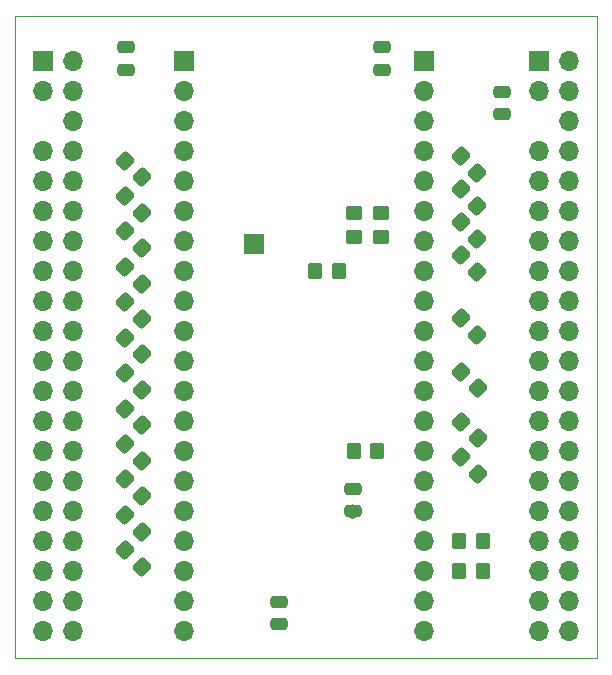
<source format=gbr>
%TF.GenerationSoftware,KiCad,Pcbnew,8.0.5-8.0.5-0~ubuntu24.04.1*%
%TF.CreationDate,2024-09-16T22:52:31+02:00*%
%TF.ProjectId,fx3_tn20k_adapter,6678335f-746e-4323-906b-5f6164617074,0.0.1*%
%TF.SameCoordinates,Original*%
%TF.FileFunction,Soldermask,Top*%
%TF.FilePolarity,Negative*%
%FSLAX46Y46*%
G04 Gerber Fmt 4.6, Leading zero omitted, Abs format (unit mm)*
G04 Created by KiCad (PCBNEW 8.0.5-8.0.5-0~ubuntu24.04.1) date 2024-09-16 22:52:31*
%MOMM*%
%LPD*%
G01*
G04 APERTURE LIST*
G04 Aperture macros list*
%AMRoundRect*
0 Rectangle with rounded corners*
0 $1 Rounding radius*
0 $2 $3 $4 $5 $6 $7 $8 $9 X,Y pos of 4 corners*
0 Add a 4 corners polygon primitive as box body*
4,1,4,$2,$3,$4,$5,$6,$7,$8,$9,$2,$3,0*
0 Add four circle primitives for the rounded corners*
1,1,$1+$1,$2,$3*
1,1,$1+$1,$4,$5*
1,1,$1+$1,$6,$7*
1,1,$1+$1,$8,$9*
0 Add four rect primitives between the rounded corners*
20,1,$1+$1,$2,$3,$4,$5,0*
20,1,$1+$1,$4,$5,$6,$7,0*
20,1,$1+$1,$6,$7,$8,$9,0*
20,1,$1+$1,$8,$9,$2,$3,0*%
G04 Aperture macros list end*
%ADD10C,0.625000*%
%ADD11RoundRect,0.250000X-0.565685X-0.070711X-0.070711X-0.565685X0.565685X0.070711X0.070711X0.565685X0*%
%ADD12RoundRect,0.250000X0.475000X-0.250000X0.475000X0.250000X-0.475000X0.250000X-0.475000X-0.250000X0*%
%ADD13RoundRect,0.250000X0.565685X0.070711X0.070711X0.565685X-0.565685X-0.070711X-0.070711X-0.565685X0*%
%ADD14R,1.700000X1.700000*%
%ADD15O,1.700000X1.700000*%
%ADD16RoundRect,0.250000X0.450000X-0.350000X0.450000X0.350000X-0.450000X0.350000X-0.450000X-0.350000X0*%
%ADD17RoundRect,0.250000X0.350000X0.450000X-0.350000X0.450000X-0.350000X-0.450000X0.350000X-0.450000X0*%
%ADD18RoundRect,0.250000X-0.475000X0.250000X-0.475000X-0.250000X0.475000X-0.250000X0.475000X0.250000X0*%
%ADD19RoundRect,0.250000X-0.350000X-0.450000X0.350000X-0.450000X0.350000X0.450000X-0.350000X0.450000X0*%
%TA.AperFunction,Profile*%
%ADD20C,0.100000*%
%TD*%
G04 APERTURE END LIST*
D10*
X186367500Y-110515400D02*
G75*
G02*
X185742500Y-110515400I-312500J0D01*
G01*
X185742500Y-110515400D02*
G75*
G02*
X186367500Y-110515400I312500J0D01*
G01*
D11*
%TO.C,R2*%
X195253893Y-105922093D03*
X196668107Y-107336307D03*
%TD*%
%TO.C,R4*%
X195228493Y-98657693D03*
X196642707Y-100071907D03*
%TD*%
D12*
%TO.C,C2*%
X186055000Y-110500200D03*
X186055000Y-108600200D03*
%TD*%
D13*
%TO.C,R21*%
X168207107Y-112207107D03*
X166792893Y-110792893D03*
%TD*%
%TO.C,R29*%
X168207107Y-88207107D03*
X166792893Y-86792893D03*
%TD*%
D11*
%TO.C,R8*%
X195203093Y-83189093D03*
X196617307Y-84603307D03*
%TD*%
%TO.C,R3*%
X195228493Y-102899493D03*
X196642707Y-104313707D03*
%TD*%
D13*
%TO.C,R27*%
X168207107Y-94207107D03*
X166792893Y-92792893D03*
%TD*%
D14*
%TO.C,J3*%
X201803000Y-72390000D03*
D15*
X204343000Y-72390000D03*
X201803000Y-74930000D03*
X204343000Y-74930000D03*
X204343000Y-77470000D03*
X201803000Y-80010000D03*
X204343000Y-80010000D03*
X201803000Y-82550000D03*
X204343000Y-82550000D03*
X201803000Y-85090000D03*
X204343000Y-85090000D03*
X201803000Y-87630000D03*
X204343000Y-87630000D03*
X201803000Y-90170000D03*
X204343000Y-90170000D03*
X201803000Y-92710000D03*
X204343000Y-92710000D03*
X201803000Y-95250000D03*
X204343000Y-95250000D03*
X201803000Y-97790000D03*
X204343000Y-97790000D03*
X201803000Y-100330000D03*
X204343000Y-100330000D03*
X201803000Y-102870000D03*
X204343000Y-102870000D03*
X201803000Y-105410000D03*
X204343000Y-105410000D03*
X201803000Y-107950000D03*
X204343000Y-107950000D03*
X201803000Y-110490000D03*
X204343000Y-110490000D03*
X201803000Y-113030000D03*
X204343000Y-113030000D03*
X201803000Y-115570000D03*
X204343000Y-115570000D03*
X201803000Y-118110000D03*
X204343000Y-118110000D03*
X201803000Y-120650000D03*
X204343000Y-120650000D03*
%TD*%
D13*
%TO.C,R26*%
X168207107Y-97207107D03*
X166792893Y-95792893D03*
%TD*%
D16*
%TO.C,R14*%
X188468000Y-87233000D03*
X188468000Y-85233000D03*
%TD*%
D13*
%TO.C,R23*%
X168207107Y-106207107D03*
X166792893Y-104792893D03*
%TD*%
D17*
%TO.C,R16*%
X184896000Y-90170000D03*
X182896000Y-90170000D03*
%TD*%
D18*
%TO.C,C1*%
X198729600Y-74945200D03*
X198729600Y-76845200D03*
%TD*%
D11*
%TO.C,R9*%
X195203093Y-80395093D03*
X196617307Y-81809307D03*
%TD*%
D13*
%TO.C,R28*%
X168207107Y-91207107D03*
X166792893Y-89792893D03*
%TD*%
%TO.C,R30*%
X168207107Y-85207107D03*
X166792893Y-83792893D03*
%TD*%
D14*
%TO.C,J2*%
X171803000Y-72390000D03*
D15*
X171803000Y-74930000D03*
X171803000Y-77470000D03*
X171803000Y-80010000D03*
X171803000Y-82550000D03*
X171803000Y-85090000D03*
X171803000Y-87630000D03*
X171803000Y-90170000D03*
X171803000Y-92710000D03*
X171803000Y-95250000D03*
X171803000Y-97790000D03*
X171803000Y-100330000D03*
X171803000Y-102870000D03*
X171803000Y-105410000D03*
X171803000Y-107950000D03*
X171803000Y-110490000D03*
X171803000Y-113030000D03*
X171803000Y-115570000D03*
X171803000Y-118110000D03*
X171803000Y-120650000D03*
%TD*%
D13*
%TO.C,R24*%
X168207107Y-103207107D03*
X166792893Y-101792893D03*
%TD*%
%TO.C,R25*%
X168207107Y-100207107D03*
X166792893Y-98792893D03*
%TD*%
D18*
%TO.C,C3*%
X166827200Y-71211400D03*
X166827200Y-73111400D03*
%TD*%
D11*
%TO.C,R7*%
X195203093Y-85983093D03*
X196617307Y-87397307D03*
%TD*%
D13*
%TO.C,R22*%
X168207107Y-109207107D03*
X166792893Y-107792893D03*
%TD*%
D19*
%TO.C,R0*%
X195062600Y-115570000D03*
X197062600Y-115570000D03*
%TD*%
D16*
%TO.C,R15*%
X186131200Y-87233000D03*
X186131200Y-85233000D03*
%TD*%
D13*
%TO.C,R20*%
X168207107Y-115207107D03*
X166792893Y-113792893D03*
%TD*%
D14*
%TO.C,J32*%
X177723800Y-87884000D03*
%TD*%
D11*
%TO.C,R6*%
X195203093Y-88777093D03*
X196617307Y-90191307D03*
%TD*%
D17*
%TO.C,R17*%
X188137800Y-105410000D03*
X186137800Y-105410000D03*
%TD*%
D11*
%TO.C,R5*%
X195203093Y-94161893D03*
X196617307Y-95576107D03*
%TD*%
D18*
%TO.C,C5*%
X179781200Y-118125200D03*
X179781200Y-120025200D03*
%TD*%
D13*
%TO.C,R31*%
X168207107Y-82207107D03*
X166792893Y-80792893D03*
%TD*%
D14*
%TO.C,J1*%
X192123000Y-72390000D03*
D15*
X192123000Y-74930000D03*
X192123000Y-77470000D03*
X192123000Y-80010000D03*
X192123000Y-82550000D03*
X192123000Y-85090000D03*
X192123000Y-87630000D03*
X192123000Y-90170000D03*
X192123000Y-92710000D03*
X192123000Y-95250000D03*
X192123000Y-97790000D03*
X192123000Y-100330000D03*
X192123000Y-102870000D03*
X192123000Y-105410000D03*
X192123000Y-107950000D03*
X192123000Y-110490000D03*
X192123000Y-113030000D03*
X192123000Y-115570000D03*
X192123000Y-118110000D03*
X192123000Y-120650000D03*
%TD*%
D18*
%TO.C,C4*%
X188544200Y-71186000D03*
X188544200Y-73086000D03*
%TD*%
D14*
%TO.C,J4*%
X159800000Y-72390000D03*
D15*
X162340000Y-72390000D03*
X159800000Y-74930000D03*
X162340000Y-74930000D03*
X162340000Y-77470000D03*
X159800000Y-80010000D03*
X162340000Y-80010000D03*
X159800000Y-82550000D03*
X162340000Y-82550000D03*
X159800000Y-85090000D03*
X162340000Y-85090000D03*
X159800000Y-87630000D03*
X162340000Y-87630000D03*
X159800000Y-90170000D03*
X162340000Y-90170000D03*
X159800000Y-92710000D03*
X162340000Y-92710000D03*
X159800000Y-95250000D03*
X162340000Y-95250000D03*
X159800000Y-97790000D03*
X162340000Y-97790000D03*
X159800000Y-100330000D03*
X162340000Y-100330000D03*
X159800000Y-102870000D03*
X162340000Y-102870000D03*
X159800000Y-105410000D03*
X162340000Y-105410000D03*
X159800000Y-107950000D03*
X162340000Y-107950000D03*
X159800000Y-110490000D03*
X162340000Y-110490000D03*
X159800000Y-113030000D03*
X162340000Y-113030000D03*
X159800000Y-115570000D03*
X162340000Y-115570000D03*
X159800000Y-118110000D03*
X162340000Y-118110000D03*
X159800000Y-120650000D03*
X162340000Y-120650000D03*
%TD*%
D19*
%TO.C,R1*%
X195062600Y-113030000D03*
X197062600Y-113030000D03*
%TD*%
D20*
X157480000Y-122936000D02*
X157480000Y-68580000D01*
X206756000Y-122936000D02*
X206756000Y-68580000D01*
X157480000Y-122936000D02*
X206756000Y-122936000D01*
X206756000Y-68580000D02*
X157480000Y-68580000D01*
M02*

</source>
